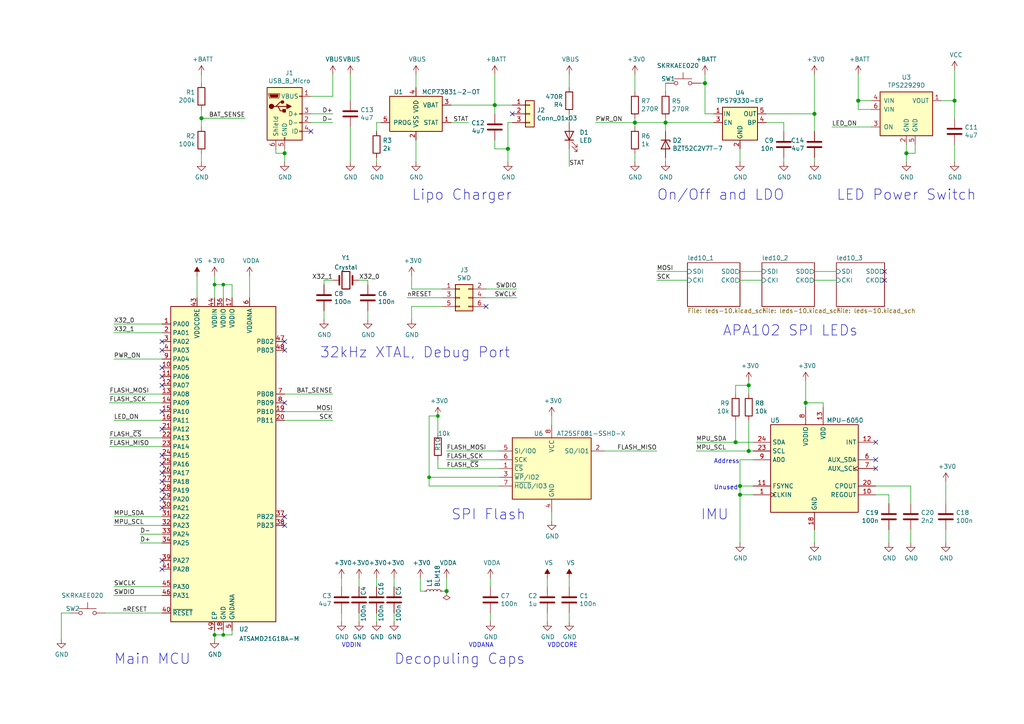
<source format=kicad_sch>
(kicad_sch (version 20211123) (generator eeschema)
  (paper "A4")
  (lib_symbols
    (symbol "Battery_Management:MCP73831-2-OT" (pin_names (offset 1.016))
      (property "Reference" "U" (at -7.62 6.35 0))
      (property "Value" "MCP73831-2-OT" (at 1.27 6.35 0))
      (symbol "MCP73831-2-OT_1_1"
        (pin output line (at 10.16 -2.54 180) (length 2.54) (name "STAT") (number "1"))
        (pin power_in line (at 0 -7.62 90) (length 2.54) (name "VSS") (number "2"))
        (pin power_out line (at 10.16 2.54 180) (length 2.54) (name "VBAT") (number "3"))
        (pin power_in line (at 0 7.62 270) (length 2.54) (name "VDD") (number "4"))
        (pin input line (at -10.16 -2.54 0) (length 2.54) (name "PROG") (number "5"))
      )
    )
    (symbol "Connector:USB_B_Micro" (pin_names (offset 1.016))
      (property "Reference" "J" (at -5.08 11.43 0))
      (property "Value" "USB_B_Micro" (at -5.08 8.89 0))
      (symbol "USB_B_Micro_1_1"
        (pin power_out line (at 7.62 5.08 180) (length 2.54) (name "VBUS") (number "1"))
        (pin bidirectional line (at 7.62 -2.54 180) (length 2.54) (name "D-") (number "2"))
        (pin bidirectional line (at 7.62 0 180) (length 2.54) (name "D+") (number "3"))
        (pin passive line (at 7.62 -5.08 180) (length 2.54) (name "ID") (number "4"))
        (pin power_out line (at 0 -10.16 90) (length 2.54) (name "GND") (number "5"))
        (pin passive line (at -2.54 -10.16 90) (length 2.54) (name "Shield") (number "6"))
      )
    )
    (symbol "Connector_Generic:Conn_01x03" (pin_names (offset 1.016) hide)
      (property "Reference" "J" (at 0 5.08 0))
      (property "Value" "Conn_01x03" (at 0 -5.08 0))
      (symbol "Conn_01x03_1_1"
        (pin passive line (at -5.08 2.54 0) (length 3.81) (name "Pin_1") (number "1"))
        (pin passive line (at -5.08 0 0) (length 3.81) (name "Pin_2") (number "2"))
        (pin passive line (at -5.08 -2.54 0) (length 3.81) (name "Pin_3") (number "3"))
      )
    )
    (symbol "Connector_Generic:Conn_02x03_Odd_Even" (pin_names (offset 1.016) hide)
      (property "Reference" "J" (at 1.27 5.08 0))
      (property "Value" "Conn_02x03_Odd_Even" (at 1.27 -5.08 0))
      (symbol "Conn_02x03_Odd_Even_1_1"
        (pin passive line (at -5.08 2.54 0) (length 3.81) (name "Pin_1") (number "1"))
        (pin passive line (at 7.62 2.54 180) (length 3.81) (name "Pin_2") (number "2"))
        (pin passive line (at -5.08 0 0) (length 3.81) (name "Pin_3") (number "3"))
        (pin passive line (at 7.62 0 180) (length 3.81) (name "Pin_4") (number "4"))
        (pin passive line (at -5.08 -2.54 0) (length 3.81) (name "Pin_5") (number "5"))
        (pin passive line (at 7.62 -2.54 180) (length 3.81) (name "Pin_6") (number "6"))
      )
    )
    (symbol "Device:C" (pin_numbers hide) (pin_names (offset 0.254))
      (property "Reference" "C" (at 0.635 2.54 0))
      (property "Value" "C" (at 0.635 -2.54 0))
      (symbol "C_1_1"
        (pin passive line (at 0 3.81 270) (length 2.794) (name "~") (number "1"))
        (pin passive line (at 0 -3.81 90) (length 2.794) (name "~") (number "2"))
      )
    )
    (symbol "Device:Crystal" (pin_numbers hide) (pin_names (offset 1.016) hide)
      (property "Reference" "Y" (at 0 3.81 0))
      (property "Value" "Crystal" (at 0 -3.81 0))
      (symbol "Crystal_1_1"
        (pin passive line (at -3.81 0 0) (length 1.27) (name "1") (number "1"))
        (pin passive line (at 3.81 0 180) (length 1.27) (name "2") (number "2"))
      )
    )
    (symbol "Device:D_Zener" (pin_numbers hide) (pin_names (offset 1.016) hide)
      (property "Reference" "D" (at 0 2.54 0))
      (property "Value" "D_Zener" (at 0 -2.54 0))
      (symbol "D_Zener_1_1"
        (pin passive line (at -3.81 0 0) (length 2.54) (name "K") (number "1"))
        (pin passive line (at 3.81 0 180) (length 2.54) (name "A") (number "2"))
      )
    )
    (symbol "Device:LED" (pin_numbers hide) (pin_names (offset 1.016) hide)
      (property "Reference" "D" (at 0 2.54 0))
      (property "Value" "LED" (at 0 -2.54 0))
      (symbol "LED_1_1"
        (pin passive line (at -3.81 0 0) (length 2.54) (name "K") (number "1"))
        (pin passive line (at 3.81 0 180) (length 2.54) (name "A") (number "2"))
      )
    )
    (symbol "Device:L_Small" (pin_numbers hide) (pin_names (offset 0.254) hide)
      (property "Reference" "L" (at 0.762 1.016 0))
      (property "Value" "L_Small" (at 0.762 -1.016 0))
      (symbol "L_Small_1_1"
        (pin passive line (at 0 2.54 270) (length 0.508) (name "~") (number "1"))
        (pin passive line (at 0 -2.54 90) (length 0.508) (name "~") (number "2"))
      )
    )
    (symbol "Device:R" (pin_numbers hide) (pin_names (offset 0))
      (property "Reference" "R" (at 2.032 0 90))
      (property "Value" "R" (at 0 0 90))
      (symbol "R_1_1"
        (pin passive line (at 0 3.81 270) (length 1.27) (name "~") (number "1"))
        (pin passive line (at 0 -3.81 90) (length 1.27) (name "~") (number "2"))
      )
    )
    (symbol "MCU_Microchip_SAMD:ATSAMD21G18A-M"
      (property "Reference" "U" (at -13.97 46.99 0))
      (property "Value" "ATSAMD21G18A-M" (at 16.51 46.99 0))
      (symbol "ATSAMD21G18A-M_1_1"
        (pin bidirectional line (at -17.78 40.64 0) (length 2.54) (name "PA00") (number "1"))
        (pin bidirectional line (at -17.78 27.94 0) (length 2.54) (name "PA05") (number "10"))
        (pin bidirectional line (at -17.78 25.4 0) (length 2.54) (name "PA06") (number "11"))
        (pin bidirectional line (at -17.78 22.86 0) (length 2.54) (name "PA07") (number "12"))
        (pin bidirectional line (at -17.78 20.32 0) (length 2.54) (name "PA08") (number "13"))
        (pin bidirectional line (at -17.78 17.78 0) (length 2.54) (name "PA09") (number "14"))
        (pin bidirectional line (at -17.78 15.24 0) (length 2.54) (name "PA10") (number "15"))
        (pin bidirectional line (at -17.78 12.7 0) (length 2.54) (name "PA11") (number "16"))
        (pin power_in line (at 2.54 48.26 270) (length 2.54) (name "VDDIO") (number "17"))
        (pin power_in line (at 0 -48.26 90) (length 2.54) (name "GND") (number "18"))
        (pin bidirectional line (at 17.78 15.24 180) (length 2.54) (name "PB10") (number "19"))
        (pin bidirectional line (at -17.78 38.1 0) (length 2.54) (name "PA01") (number "2"))
        (pin bidirectional line (at 17.78 12.7 180) (length 2.54) (name "PB11") (number "20"))
        (pin bidirectional line (at -17.78 10.16 0) (length 2.54) (name "PA12") (number "21"))
        (pin bidirectional line (at -17.78 7.62 0) (length 2.54) (name "PA13") (number "22"))
        (pin bidirectional line (at -17.78 5.08 0) (length 2.54) (name "PA14") (number "23"))
        (pin bidirectional line (at -17.78 2.54 0) (length 2.54) (name "PA15") (number "24"))
        (pin bidirectional line (at -17.78 0 0) (length 2.54) (name "PA16") (number "25"))
        (pin bidirectional line (at -17.78 -2.54 0) (length 2.54) (name "PA17") (number "26"))
        (pin bidirectional line (at -17.78 -5.08 0) (length 2.54) (name "PA18") (number "27"))
        (pin bidirectional line (at -17.78 -7.62 0) (length 2.54) (name "PA19") (number "28"))
        (pin bidirectional line (at -17.78 -10.16 0) (length 2.54) (name "PA20") (number "29"))
        (pin bidirectional line (at -17.78 35.56 0) (length 2.54) (name "PA02") (number "3"))
        (pin bidirectional line (at -17.78 -12.7 0) (length 2.54) (name "PA21") (number "30"))
        (pin bidirectional line (at -17.78 -15.24 0) (length 2.54) (name "PA22") (number "31"))
        (pin bidirectional line (at -17.78 -17.78 0) (length 2.54) (name "PA23") (number "32"))
        (pin bidirectional line (at -17.78 -20.32 0) (length 2.54) (name "PA24") (number "33"))
        (pin bidirectional line (at -17.78 -22.86 0) (length 2.54) (name "PA25") (number "34"))
        (pin passive line (at 0 -48.26 90) (length 2.54) hide (name "GND") (number "35"))
        (pin power_in line (at 0 48.26 270) (length 2.54) (name "VDDIO") (number "36"))
        (pin bidirectional line (at 17.78 -15.24 180) (length 2.54) (name "PB22") (number "37"))
        (pin bidirectional line (at 17.78 -17.78 180) (length 2.54) (name "PB23") (number "38"))
        (pin bidirectional line (at -17.78 -27.94 0) (length 2.54) (name "PA27") (number "39"))
        (pin bidirectional line (at -17.78 33.02 0) (length 2.54) (name "PA03") (number "4"))
        (pin input line (at -17.78 -43.18 0) (length 2.54) (name "~{RESET}") (number "40"))
        (pin bidirectional line (at -17.78 -30.48 0) (length 2.54) (name "PA28") (number "41"))
        (pin passive line (at 0 -48.26 90) (length 2.54) hide (name "GND") (number "42"))
        (pin power_out line (at -7.62 48.26 270) (length 2.54) (name "VDDCORE") (number "43"))
        (pin power_in line (at -2.54 48.26 270) (length 2.54) (name "VDDIN") (number "44"))
        (pin bidirectional line (at -17.78 -35.56 0) (length 2.54) (name "PA30") (number "45"))
        (pin bidirectional line (at -17.78 -38.1 0) (length 2.54) (name "PA31") (number "46"))
        (pin bidirectional line (at 17.78 35.56 180) (length 2.54) (name "PB02") (number "47"))
        (pin bidirectional line (at 17.78 33.02 180) (length 2.54) (name "PB03") (number "48"))
        (pin passive line (at -2.54 -48.26 90) (length 2.54) (name "EP") (number "49"))
        (pin power_in line (at 2.54 -48.26 90) (length 2.54) (name "GNDANA") (number "5"))
        (pin power_in line (at 7.62 48.26 270) (length 2.54) (name "VDDANA") (number "6"))
        (pin bidirectional line (at 17.78 20.32 180) (length 2.54) (name "PB08") (number "7"))
        (pin bidirectional line (at 17.78 17.78 180) (length 2.54) (name "PB09") (number "8"))
        (pin bidirectional line (at -17.78 30.48 0) (length 2.54) (name "PA04") (number "9"))
      )
    )
    (symbol "Memory_Flash:AT25SF081-SSHD-X"
      (property "Reference" "U" (at 2.54 12.7 0))
      (property "Value" "AT25SF081-SSHD-X" (at 10.16 10.16 0))
      (symbol "AT25SF081-SSHD-X_1_1"
        (pin input line (at -15.24 0 0) (length 3.81) (name "~{CS}") (number "1"))
        (pin bidirectional line (at 15.24 5.08 180) (length 3.81) (name "SO/IO1") (number "2"))
        (pin bidirectional line (at -15.24 -2.54 0) (length 3.81) (name "~{WP}/IO2") (number "3"))
        (pin power_in line (at 0 -12.7 90) (length 3.81) (name "GND") (number "4"))
        (pin bidirectional line (at -15.24 5.08 0) (length 3.81) (name "SI/IO0") (number "5"))
        (pin input line (at -15.24 2.54 0) (length 3.81) (name "SCK") (number "6"))
        (pin bidirectional line (at -15.24 -5.08 0) (length 3.81) (name "~{HOLD}/IO3") (number "7"))
        (pin power_in line (at 0 12.7 270) (length 3.81) (name "VCC") (number "8"))
      )
    )
    (symbol "Power_Management:TPS22929D" (pin_names (offset 1.016))
      (property "Reference" "U" (at -7.62 8.89 0))
      (property "Value" "TPS22929D" (at 7.62 8.89 0))
      (symbol "TPS22929D_1_1"
        (pin power_out line (at 10.16 5.08 180) (length 2.54) (name "VOUT") (number "1"))
        (pin power_in line (at 0 -7.62 90) (length 2.54) (name "GND") (number "2"))
        (pin input line (at -10.16 -2.54 0) (length 2.54) (name "ON") (number "3"))
        (pin power_in line (at -10.16 5.08 0) (length 2.54) (name "VIN") (number "4"))
        (pin power_in line (at 2.54 -7.62 90) (length 2.54) (name "GND") (number "5"))
        (pin power_in line (at -10.16 2.54 0) (length 2.54) (name "VIN") (number "6"))
      )
    )
    (symbol "Regulator_Linear:TPS79330-EP" (pin_names (offset 0.254))
      (property "Reference" "U" (at -3.81 5.715 0))
      (property "Value" "TPS79330-EP" (at 0 5.715 0))
      (symbol "TPS79330-EP_1_1"
        (pin power_in line (at -7.62 2.54 0) (length 2.54) (name "IN") (number "1"))
        (pin power_in line (at 0 -7.62 90) (length 2.54) (name "GND") (number "2"))
        (pin input line (at -7.62 0 0) (length 2.54) (name "EN") (number "3"))
        (pin bidirectional line (at 7.62 0 180) (length 2.54) (name "BP") (number "4"))
        (pin power_out line (at 7.62 2.54 180) (length 2.54) (name "OUT") (number "5"))
      )
    )
    (symbol "Sensor_Motion:MPU-6050"
      (property "Reference" "U" (at -11.43 13.97 0))
      (property "Value" "MPU-6050" (at 7.62 -13.97 0))
      (symbol "MPU-6050_1_1"
        (pin input clock (at -17.78 -7.62 0) (length 5.08) (name "CLKIN") (number "1"))
        (pin passive line (at 17.78 -7.62 180) (length 5.08) (name "REGOUT") (number "10"))
        (pin input line (at -17.78 -5.08 0) (length 5.08) (name "FSYNC") (number "11"))
        (pin output line (at 17.78 7.62 180) (length 5.08) (name "INT") (number "12"))
        (pin power_in line (at 2.54 17.78 270) (length 5.08) (name "VDD") (number "13"))
        (pin power_in line (at 0 -17.78 90) (length 5.08) (name "GND") (number "18"))
        (pin passive line (at 17.78 -5.08 180) (length 5.08) (name "CPOUT") (number "20"))
        (pin input line (at -17.78 5.08 0) (length 5.08) (name "SCL") (number "23"))
        (pin bidirectional line (at -17.78 7.62 0) (length 5.08) (name "SDA") (number "24"))
        (pin bidirectional line (at 17.78 2.54 180) (length 5.08) (name "AUX_SDA") (number "6"))
        (pin output clock (at 17.78 0 180) (length 5.08) (name "AUX_SCL") (number "7"))
        (pin power_in line (at -2.54 17.78 270) (length 5.08) (name "VDDIO") (number "8"))
        (pin input line (at -17.78 2.54 0) (length 5.08) (name "AD0") (number "9"))
      )
    )
    (symbol "Switch:SW_Push" (pin_numbers hide) (pin_names (offset 1.016) hide)
      (property "Reference" "SW" (at 1.27 2.54 0))
      (property "Value" "SW_Push" (at 0 -1.524 0))
      (symbol "SW_Push_0_1"
        (pin passive line (at -5.08 0 0) (length 2.54) (name "1") (number "1"))
        (pin passive line (at 5.08 0 180) (length 2.54) (name "2") (number "2"))
      )
    )
    (symbol "power:+3V0" (power) (pin_names (offset 0))
      (property "Value" "+3V0" (at 0 3.556 0))
      (symbol "+3V0_1_1"
        (pin power_in line (at 0 0 90) (length 0) hide (name "+3V0") (number "1"))
      )
    )
    (symbol "power:+BATT" (power) (pin_names (offset 0))
      (property "Value" "+BATT" (at 0 3.556 0))
      (symbol "+BATT_1_1"
        (pin power_in line (at 0 0 90) (length 0) hide (name "+BATT") (number "1"))
      )
    )
    (symbol "power:GND" (power) (pin_names (offset 0))
      (property "Value" "GND" (at 0 -3.81 0))
      (symbol "GND_1_1"
        (pin power_in line (at 0 0 270) (length 0) hide (name "GND") (number "1"))
      )
    )
    (symbol "power:PWR_FLAG" (power) (pin_numbers hide) (pin_names (offset 0) hide)
      (property "Value" "PWR_FLAG" (at 0 3.81 0))
      (symbol "PWR_FLAG_0_0"
        (pin power_out line (at 0 0 90) (length 0) (name "pwr") (number "1"))
      )
    )
    (symbol "power:VBUS" (power) (pin_names (offset 0))
      (property "Value" "VBUS" (at 0 3.81 0))
      (symbol "VBUS_1_1"
        (pin power_in line (at 0 0 90) (length 0) hide (name "VBUS") (number "1"))
      )
    )
    (symbol "power:VCC" (power) (pin_names (offset 0))
      (property "Value" "VCC" (at 0 3.81 0))
      (symbol "VCC_1_1"
        (pin power_in line (at 0 0 90) (length 0) hide (name "VCC") (number "1"))
      )
    )
    (symbol "power:VDDA" (power) (pin_names (offset 0))
      (property "Value" "VDDA" (at 0 3.81 0))
      (symbol "VDDA_1_1"
        (pin power_in line (at 0 0 90) (length 0) hide (name "VDDA") (number "1"))
      )
    )
    (symbol "power:VS" (power) (pin_names (offset 0))
      (property "Value" "VS" (at 0 3.81 0))
      (symbol "VS_1_1"
        (pin power_in line (at 0 0 90) (length 0) hide (name "VS") (number "1"))
      )
    )
  )
  (junction (at 217.17 130.81) (diameter 1.016))
  (junction (at 129.54 171.45) (diameter 1.016))
  (junction (at 58.42 34.29) (diameter 1.016))
  (junction (at 64.77 184.15))
  (junction (at 143.51 30.48) (diameter 1.016))
  (junction (at 82.55 44.45) (diameter 1.016))
  (junction (at 276.86 29.21) (diameter 1.016))
  (junction (at 214.63 143.51) (diameter 1.016))
  (junction (at 124.46 138.43))
  (junction (at 184.15 35.56) (diameter 1.016))
  (junction (at 236.22 33.02) (diameter 1.016))
  (junction (at 127 120.65))
  (junction (at 233.68 116.84) (diameter 1.016))
  (junction (at 147.32 43.18) (diameter 1.016))
  (junction (at 64.77 82.55))
  (junction (at 217.17 111.76) (diameter 1.016))
  (junction (at 213.36 128.27) (diameter 1.016))
  (junction (at 262.89 44.45) (diameter 1.016))
  (junction (at 62.23 184.15))
  (junction (at 248.92 29.21) (diameter 1.016))
  (junction (at 62.23 82.55))
  (junction (at 214.63 140.97) (diameter 1.016))
  (junction (at 193.04 35.56) (diameter 1.016))
  (junction (at 204.47 24.13) (diameter 1.016))
  (no_connect (at 140.97 88.9))
  (no_connect (at 254 135.89))
  (no_connect (at 46.99 109.22))
  (no_connect (at 254 128.27))
  (no_connect (at 148.59 33.02))
  (no_connect (at 256.54 81.28))
  (no_connect (at 256.54 78.74))
  (no_connect (at 46.99 144.78))
  (no_connect (at 46.99 111.76))
  (no_connect (at 46.99 147.32))
  (no_connect (at 254 133.35))
  (no_connect (at 46.99 101.6))
  (no_connect (at 46.99 106.68))
  (no_connect (at 82.55 116.84))
  (no_connect (at 82.55 99.06))
  (no_connect (at 82.55 101.6))
  (no_connect (at 46.99 99.06))
  (no_connect (at 46.99 139.7))
  (no_connect (at 46.99 142.24))
  (no_connect (at 82.55 149.86))
  (no_connect (at 82.55 152.4))
  (no_connect (at 46.99 137.16))
  (no_connect (at 90.17 38.1))
  (no_connect (at 46.99 119.38))
  (no_connect (at 46.99 162.56))
  (no_connect (at 46.99 165.1))
  (no_connect (at 46.99 124.46))
  (no_connect (at 46.99 132.08))
  (no_connect (at 46.99 134.62))
  (wire (pts (xy 199.39 81.28) (xy 190.5 81.28)))
  (wire (pts (xy 274.32 157.48) (xy 274.32 153.67)))
  (wire (pts (xy 233.68 118.11) (xy 233.68 116.84)))
  (wire (pts (xy 158.75 180.34) (xy 158.75 177.8)))
  (wire (pts (xy 248.92 21.59) (xy 248.92 29.21)))
  (wire (pts (xy 252.73 31.75) (xy 248.92 31.75)))
  (wire (pts (xy 140.97 86.36) (xy 149.86 86.36)))
  (wire (pts (xy 128.27 88.9) (xy 119.38 88.9)))
  (wire (pts (xy 104.14 170.18) (xy 104.14 167.64)))
  (wire (pts (xy 46.99 172.72) (xy 33.02 172.72)))
  (wire (pts (xy 96.52 81.28) (xy 93.98 81.28)))
  (wire (pts (xy 222.25 33.02) (xy 236.22 33.02)))
  (wire (pts (xy 101.6 29.21) (xy 101.6 21.59)))
  (wire (pts (xy 120.65 46.99) (xy 120.65 40.64)))
  (wire (pts (xy 248.92 31.75) (xy 248.92 29.21)))
  (wire (pts (xy 257.81 143.51) (xy 257.81 146.05)))
  (wire (pts (xy 143.51 33.02) (xy 143.51 30.48)))
  (wire (pts (xy 227.33 46.99) (xy 227.33 45.72)))
  (wire (pts (xy 120.65 25.4) (xy 120.65 21.59)))
  (wire (pts (xy 30.48 177.8) (xy 46.99 177.8)))
  (wire (pts (xy 96.52 27.94) (xy 96.52 21.59)))
  (wire (pts (xy 114.3 180.34) (xy 114.3 177.8)))
  (wire (pts (xy 58.42 34.29) (xy 71.12 34.29)))
  (wire (pts (xy 127 120.65) (xy 127 125.73)))
  (wire (pts (xy 257.81 157.48) (xy 257.81 153.67)))
  (wire (pts (xy 110.49 35.56) (xy 109.22 35.56)))
  (wire (pts (xy 276.86 46.99) (xy 276.86 41.91)))
  (wire (pts (xy 218.44 140.97) (xy 214.63 140.97)))
  (wire (pts (xy 31.75 114.3) (xy 46.99 114.3)))
  (wire (pts (xy 128.27 86.36) (xy 118.11 86.36)))
  (wire (pts (xy 207.01 33.02) (xy 204.47 33.02)))
  (wire (pts (xy 165.1 48.26) (xy 165.1 43.18)))
  (wire (pts (xy 264.16 157.48) (xy 264.16 153.67)))
  (wire (pts (xy 46.99 104.14) (xy 33.02 104.14)))
  (wire (pts (xy 214.63 46.99) (xy 214.63 43.18)))
  (wire (pts (xy 46.99 170.18) (xy 33.02 170.18)))
  (wire (pts (xy 90.17 33.02) (xy 96.52 33.02)))
  (wire (pts (xy 236.22 78.74) (xy 242.57 78.74)))
  (wire (pts (xy 227.33 35.56) (xy 227.33 38.1)))
  (wire (pts (xy 236.22 153.67) (xy 236.22 157.48)))
  (wire (pts (xy 144.78 140.97) (xy 124.46 140.97)))
  (wire (pts (xy 106.68 90.17) (xy 106.68 92.71)))
  (wire (pts (xy 142.24 170.18) (xy 142.24 167.64)))
  (wire (pts (xy 114.3 170.18) (xy 114.3 167.64)))
  (wire (pts (xy 248.92 29.21) (xy 252.73 29.21)))
  (wire (pts (xy 213.36 111.76) (xy 217.17 111.76)))
  (wire (pts (xy 58.42 34.29) (xy 58.42 36.83)))
  (wire (pts (xy 175.26 130.81) (xy 190.5 130.81)))
  (wire (pts (xy 214.63 140.97) (xy 214.63 143.51)))
  (wire (pts (xy 58.42 24.13) (xy 58.42 21.59)))
  (wire (pts (xy 127 135.89) (xy 144.78 135.89)))
  (wire (pts (xy 46.99 154.94) (xy 40.64 154.94)))
  (wire (pts (xy 62.23 182.88) (xy 62.23 184.15)))
  (wire (pts (xy 121.92 171.45) (xy 121.92 167.64)))
  (wire (pts (xy 82.55 119.38) (xy 96.52 119.38)))
  (wire (pts (xy 217.17 114.3) (xy 217.17 111.76)))
  (wire (pts (xy 193.04 46.99) (xy 193.04 45.72)))
  (wire (pts (xy 184.15 35.56) (xy 184.15 36.83)))
  (wire (pts (xy 128.27 83.82) (xy 119.38 83.82)))
  (wire (pts (xy 165.1 35.56) (xy 165.1 33.02)))
  (wire (pts (xy 218.44 128.27) (xy 213.36 128.27)))
  (wire (pts (xy 90.17 35.56) (xy 96.52 35.56)))
  (wire (pts (xy 57.15 80.01) (xy 57.15 86.36)))
  (wire (pts (xy 129.54 130.81) (xy 144.78 130.81)))
  (wire (pts (xy 106.68 81.28) (xy 106.68 82.55)))
  (wire (pts (xy 147.32 35.56) (xy 147.32 43.18)))
  (wire (pts (xy 143.51 43.18) (xy 143.51 40.64)))
  (wire (pts (xy 129.54 167.64) (xy 129.54 171.45)))
  (wire (pts (xy 193.04 38.1) (xy 193.04 35.56)))
  (wire (pts (xy 46.99 149.86) (xy 33.02 149.86)))
  (wire (pts (xy 193.04 35.56) (xy 193.04 34.29)))
  (wire (pts (xy 148.59 35.56) (xy 147.32 35.56)))
  (wire (pts (xy 33.02 93.98) (xy 46.99 93.98)))
  (wire (pts (xy 67.31 184.15) (xy 64.77 184.15)))
  (wire (pts (xy 140.97 83.82) (xy 149.86 83.82)))
  (wire (pts (xy 129.54 171.45) (xy 128.27 171.45)))
  (wire (pts (xy 101.6 36.83) (xy 101.6 46.99)))
  (wire (pts (xy 264.16 140.97) (xy 264.16 146.05)))
  (wire (pts (xy 104.14 180.34) (xy 104.14 177.8)))
  (wire (pts (xy 222.25 35.56) (xy 227.33 35.56)))
  (wire (pts (xy 236.22 38.1) (xy 236.22 33.02)))
  (wire (pts (xy 218.44 130.81) (xy 217.17 130.81)))
  (wire (pts (xy 236.22 81.28) (xy 242.57 81.28)))
  (wire (pts (xy 217.17 130.81) (xy 201.93 130.81)))
  (wire (pts (xy 123.19 171.45) (xy 121.92 171.45)))
  (wire (pts (xy 33.02 96.52) (xy 46.99 96.52)))
  (wire (pts (xy 67.31 182.88) (xy 67.31 184.15)))
  (wire (pts (xy 129.54 133.35) (xy 144.78 133.35)))
  (wire (pts (xy 160.02 120.65) (xy 160.02 123.19)))
  (wire (pts (xy 64.77 182.88) (xy 64.77 184.15)))
  (wire (pts (xy 238.76 118.11) (xy 238.76 116.84)))
  (wire (pts (xy 262.89 44.45) (xy 265.43 44.45)))
  (wire (pts (xy 217.17 121.92) (xy 217.17 130.81)))
  (wire (pts (xy 127 135.89) (xy 127 133.35)))
  (wire (pts (xy 236.22 46.99) (xy 236.22 45.72)))
  (wire (pts (xy 184.15 21.59) (xy 184.15 26.67)))
  (wire (pts (xy 252.73 36.83) (xy 241.3 36.83)))
  (wire (pts (xy 165.1 180.34) (xy 165.1 177.8)))
  (wire (pts (xy 184.15 44.45) (xy 184.15 46.99)))
  (wire (pts (xy 82.55 114.3) (xy 96.52 114.3)))
  (wire (pts (xy 62.23 184.15) (xy 62.23 185.42)))
  (wire (pts (xy 31.75 129.54) (xy 46.99 129.54)))
  (wire (pts (xy 214.63 78.74) (xy 220.98 78.74)))
  (wire (pts (xy 172.72 35.56) (xy 184.15 35.56)))
  (wire (pts (xy 119.38 83.82) (xy 119.38 80.01)))
  (wire (pts (xy 142.24 180.34) (xy 142.24 177.8)))
  (wire (pts (xy 143.51 21.59) (xy 143.51 30.48)))
  (wire (pts (xy 72.39 80.01) (xy 72.39 86.36)))
  (wire (pts (xy 218.44 133.35) (xy 214.63 133.35)))
  (wire (pts (xy 254 143.51) (xy 257.81 143.51)))
  (wire (pts (xy 273.05 29.21) (xy 276.86 29.21)))
  (wire (pts (xy 143.51 30.48) (xy 130.81 30.48)))
  (wire (pts (xy 124.46 120.65) (xy 127 120.65)))
  (wire (pts (xy 143.51 30.48) (xy 148.59 30.48)))
  (wire (pts (xy 262.89 44.45) (xy 262.89 46.99)))
  (wire (pts (xy 109.22 180.34) (xy 109.22 177.8)))
  (wire (pts (xy 199.39 78.74) (xy 190.5 78.74)))
  (wire (pts (xy 82.55 43.18) (xy 82.55 44.45)))
  (wire (pts (xy 109.22 46.99) (xy 109.22 45.72)))
  (wire (pts (xy 80.01 43.18) (xy 80.01 44.45)))
  (wire (pts (xy 58.42 46.99) (xy 58.42 44.45)))
  (wire (pts (xy 144.78 138.43) (xy 124.46 138.43)))
  (wire (pts (xy 99.06 180.34) (xy 99.06 177.8)))
  (wire (pts (xy 165.1 21.59) (xy 165.1 25.4)))
  (wire (pts (xy 31.75 116.84) (xy 46.99 116.84)))
  (wire (pts (xy 135.89 35.56) (xy 130.81 35.56)))
  (wire (pts (xy 276.86 29.21) (xy 276.86 20.32)))
  (wire (pts (xy 64.77 82.55) (xy 67.31 82.55)))
  (wire (pts (xy 193.04 35.56) (xy 207.01 35.56)))
  (wire (pts (xy 214.63 81.28) (xy 220.98 81.28)))
  (wire (pts (xy 119.38 88.9) (xy 119.38 92.71)))
  (wire (pts (xy 165.1 170.18) (xy 165.1 167.64)))
  (wire (pts (xy 254 140.97) (xy 264.16 140.97)))
  (wire (pts (xy 262.89 41.91) (xy 262.89 44.45)))
  (wire (pts (xy 214.63 133.35) (xy 214.63 140.97)))
  (wire (pts (xy 160.02 148.59) (xy 160.02 151.13)))
  (wire (pts (xy 46.99 157.48) (xy 40.64 157.48)))
  (wire (pts (xy 214.63 143.51) (xy 214.63 157.48)))
  (wire (pts (xy 124.46 140.97) (xy 124.46 138.43)))
  (wire (pts (xy 90.17 27.94) (xy 96.52 27.94)))
  (wire (pts (xy 204.47 24.13) (xy 204.47 21.59)))
  (wire (pts (xy 109.22 35.56) (xy 109.22 38.1)))
  (wire (pts (xy 236.22 33.02) (xy 236.22 21.59)))
  (wire (pts (xy 213.36 121.92) (xy 213.36 128.27)))
  (wire (pts (xy 64.77 184.15) (xy 62.23 184.15)))
  (wire (pts (xy 213.36 128.27) (xy 201.93 128.27)))
  (wire (pts (xy 218.44 143.51) (xy 214.63 143.51)))
  (wire (pts (xy 31.75 127) (xy 46.99 127)))
  (wire (pts (xy 99.06 167.64) (xy 99.06 170.18)))
  (wire (pts (xy 276.86 29.21) (xy 276.86 34.29)))
  (wire (pts (xy 82.55 44.45) (xy 82.55 46.99)))
  (wire (pts (xy 46.99 121.92) (xy 33.02 121.92)))
  (wire (pts (xy 46.99 152.4) (xy 33.02 152.4)))
  (wire (pts (xy 213.36 114.3) (xy 213.36 111.76)))
  (wire (pts (xy 58.42 31.75) (xy 58.42 34.29)))
  (wire (pts (xy 62.23 82.55) (xy 62.23 86.36)))
  (wire (pts (xy 93.98 81.28) (xy 93.98 82.55)))
  (wire (pts (xy 82.55 121.92) (xy 96.52 121.92)))
  (wire (pts (xy 64.77 82.55) (xy 64.77 86.36)))
  (wire (pts (xy 217.17 110.49) (xy 217.17 111.76)))
  (wire (pts (xy 203.2 24.13) (xy 204.47 24.13)))
  (wire (pts (xy 274.32 146.05) (xy 274.32 139.7)))
  (wire (pts (xy 80.01 44.45) (xy 82.55 44.45)))
  (wire (pts (xy 204.47 33.02) (xy 204.47 24.13)))
  (wire (pts (xy 17.78 177.8) (xy 17.78 185.42)))
  (wire (pts (xy 265.43 44.45) (xy 265.43 41.91)))
  (wire (pts (xy 62.23 82.55) (xy 64.77 82.55)))
  (wire (pts (xy 62.23 80.01) (xy 62.23 82.55)))
  (wire (pts (xy 193.04 35.56) (xy 184.15 35.56)))
  (wire (pts (xy 124.46 120.65) (xy 124.46 138.43)))
  (wire (pts (xy 238.76 116.84) (xy 233.68 116.84)))
  (wire (pts (xy 147.32 43.18) (xy 143.51 43.18)))
  (wire (pts (xy 184.15 35.56) (xy 184.15 34.29)))
  (wire (pts (xy 158.75 170.18) (xy 158.75 167.64)))
  (wire (pts (xy 109.22 170.18) (xy 109.22 167.64)))
  (wire (pts (xy 67.31 82.55) (xy 67.31 86.36)))
  (wire (pts (xy 20.32 177.8) (xy 17.78 177.8)))
  (wire (pts (xy 233.68 116.84) (xy 233.68 110.49)))
  (wire (pts (xy 147.32 43.18) (xy 147.32 46.99)))
  (wire (pts (xy 93.98 90.17) (xy 93.98 92.71)))
  (wire (pts (xy 193.04 26.67) (xy 193.04 24.13)))
  (wire (pts (xy 104.14 81.28) (xy 106.68 81.28)))
  (text "32kHz XTAL, Debug Port" (at 92.71 104.14 0) (effects (font (size 3 3)) (justify left bottom)))
  (text "Unused" (at 207.01 142.24 0) (effects (font (size 1.27 1.27)) (justify left bottom)))
  (text "On/Off and LDO" (at 190.5 58.42 0) (effects (font (size 3 3)) (justify left bottom)))
  (text "VDDCORE" (at 158.75 187.96 0) (effects (font (size 1.27 1.27)) (justify left bottom)))
  (text "SPI Flash" (at 130.81 151.13 0) (effects (font (size 3 3)) (justify left bottom)))
  (text "Lipo Charger" (at 119.38 58.42 0) (effects (font (size 3 3)) (justify left bottom)))
  (text "Decopuling Caps\n" (at 114.3 193.04 0) (effects (font (size 3 3)) (justify left bottom)))
  (text "VDDIN" (at 99.06 187.96 0) (effects (font (size 1.27 1.27)) (justify left bottom)))
  (text "LED Power Switch" (at 242.57 58.42 0) (effects (font (size 3 3)) (justify left bottom)))
  (text "Address" (at 207.01 134.62 0) (effects (font (size 1.27 1.27)) (justify left bottom)))
  (text "Main MCU" (at 33.02 193.04 0) (effects (font (size 3 3)) (justify left bottom)))
  (text "APA102 SPI LEDs" (at 209.55 97.79 0) (effects (font (size 3 3)) (justify left bottom)))
  (text "VDDANA" (at 135.89 187.96 0) (effects (font (size 1.27 1.27)) (justify left bottom)))
  (text "IMU" (at 203.2 151.13 0) (effects (font (size 3 3)) (justify left bottom)))
  (label "BAT_SENSE" (at 71.12 34.29 180))
  (label "D+" (at 40.64 157.48 0))
  (label "SWDIO" (at 33.02 172.72 0))
  (label "MPU_SDA" (at 201.93 128.27 0))
  (label "X32_0" (at 104.14 81.28 0))
  (label "FLASH_MOSI" (at 31.75 114.3 0))
  (label "D-" (at 40.64 154.94 0))
  (label "FLASH_MISO" (at 31.75 129.54 0))
  (label "MPU_SDA" (at 33.02 149.86 0))
  (label "BAT_SENSE" (at 96.52 114.3 180))
  (label "X32_1" (at 96.52 81.28 180))
  (label "MOSI" (at 190.5 78.74 0))
  (label "D+" (at 96.52 33.02 180))
  (label "FLASH_SCK" (at 129.54 133.35 0))
  (label "FLASH_MOSI" (at 129.54 130.81 0))
  (label "MOSI" (at 96.52 119.38 180))
  (label "LED_ON" (at 241.3 36.83 0))
  (label "LED_ON" (at 33.02 121.92 0))
  (label "FLASH_~{CS}" (at 129.54 135.89 0))
  (label "FLASH_~{CS}" (at 31.75 127 0))
  (label "STAT" (at 165.1 48.26 0))
  (label "SCK" (at 96.52 121.92 180))
  (label "D-" (at 96.52 35.56 180))
  (label "FLASH_SCK" (at 31.75 116.84 0))
  (label "MPU_SCL" (at 33.02 152.4 0))
  (label "X32_1" (at 33.02 96.52 0))
  (label "STAT" (at 135.89 35.56 180))
  (label "FLASH_MISO" (at 190.5 130.81 180))
  (label "SWDIO" (at 149.86 83.82 180))
  (label "nRESET" (at 35.56 177.8 0))
  (label "SWCLK" (at 149.86 86.36 180))
  (label "X32_0" (at 33.02 93.98 0))
  (label "PWR_ON" (at 172.72 35.56 0))
  (label "SWCLK" (at 33.02 170.18 0))
  (label "nRESET" (at 118.11 86.36 0))
  (label "MPU_SCL" (at 201.93 130.81 0))
  (label "PWR_ON" (at 33.02 104.14 0))
  (label "SCK" (at 190.5 81.28 0))
  (symbol (lib_id "Battery_Management:MCP73831-2-OT") (at 120.65 33.02 0) (unit 1)
    (property "Reference" "U1" (at 115.57 26.67 0))
    (property "Value" "MCP73831-2-OT" (at 130.81 26.67 0))
    (property "Footprint" "Package_TO_SOT_SMD:SOT-23-5" (effects hide))
    (property "Datasheet" "http://ww1.microchip.com/downloads/en/DeviceDoc/20001984g.pdf" (effects hide))
  )
  (symbol (lib_id "Device:L_Small") (at 125.73 171.45 90) (unit 1)
    (property "Reference" "L1" (at 124.5616 170.2562 0) (effects (justify left)))
    (property "Value" "BLM18" (at 126.873 170.2562 0) (effects (justify left)))
    (property "Footprint" "Resistor_SMD:R_0603_1608Metric" (effects hide))
  )
  (symbol (lib_id "power:+3V0") (at 62.23 80.01 0) (unit 1)
    (property "Reference" "#PWR09" (effects hide))
    (property "Value" "+3V0" (at 62.611 75.6158 0))
  )
  (symbol (lib_id "Device:C") (at 104.14 173.99 0) (unit 1)
    (property "Reference" "C4" (at 105.41 172.72 90) (effects (justify left)))
    (property "Value" "100n" (at 105.41 180.34 90) (effects (justify left)))
    (property "Footprint" "Capacitor_SMD:C_0603_1608Metric" (effects hide))
  )
  (symbol (lib_id "power:+BATT") (at 143.51 21.59 0) (unit 1)
    (property "Reference" "#PWR024" (effects hide))
    (property "Value" "+BATT" (at 143.891 17.1958 0))
  )
  (symbol (lib_id "power:GND") (at 147.32 46.99 0) (unit 1)
    (property "Reference" "#PWR027" (effects hide))
    (property "Value" "GND" (at 147.447 51.3842 0))
  )
  (symbol (lib_id "Connector:USB_B_Micro") (at 82.55 33.02 0) (unit 1)
    (property "Reference" "J1" (at 83.947 21.1582 0))
    (property "Value" "USB_B_Micro" (at 83.947 23.4696 0))
    (property "Footprint" "Connector_USB:USB_Micro-B_Amphenol_10103594-0001LF_Horizontal" (effects hide))
  )
  (symbol (lib_id "power:VBUS") (at 96.52 21.59 0) (unit 1)
    (property "Reference" "#PWR010" (effects hide))
    (property "Value" "VBUS" (at 96.901 17.1958 0))
  )
  (symbol (lib_id "power:VBUS") (at 120.65 21.59 0) (unit 1)
    (property "Reference" "#PWR018" (effects hide))
    (property "Value" "VBUS" (at 121.031 17.1958 0))
  )
  (symbol (lib_id "power:GND") (at 120.65 46.99 0) (unit 1)
    (property "Reference" "#PWR019" (effects hide))
    (property "Value" "GND" (at 120.777 51.3842 0))
  )
  (symbol (lib_id "Device:R") (at 109.22 41.91 0) (unit 1)
    (property "Reference" "R3" (at 110.998 40.7416 0) (effects (justify left)))
    (property "Value" "2k" (at 110.998 43.053 0) (effects (justify left)))
    (property "Footprint" "Resistor_SMD:R_0603_1608Metric" (effects hide))
  )
  (symbol (lib_id "power:GND") (at 109.22 46.99 0) (unit 1)
    (property "Reference" "#PWR013" (effects hide))
    (property "Value" "GND" (at 109.347 51.3842 0))
  )
  (symbol (lib_id "power:GND") (at 82.55 46.99 0) (unit 1)
    (property "Reference" "#PWR08" (effects hide))
    (property "Value" "GND" (at 82.677 51.3842 0))
  )
  (symbol (lib_id "Device:LED") (at 165.1 39.37 90) (unit 1)
    (property "Reference" "D1" (at 168.0718 38.4048 90) (effects (justify right)))
    (property "Value" "LED" (at 168.0718 40.7162 90) (effects (justify right)))
    (property "Footprint" "LED_SMD:LED_0603_1608Metric" (effects hide))
  )
  (symbol (lib_id "Device:C") (at 101.6 33.02 0) (unit 1)
    (property "Reference" "C13" (at 104.521 31.8516 0) (effects (justify left)))
    (property "Value" "4u7" (at 104.521 34.163 0) (effects (justify left)))
    (property "Footprint" "Capacitor_SMD:C_0805_2012Metric" (effects hide))
  )
  (symbol (lib_id "power:VBUS") (at 101.6 21.59 0) (unit 1)
    (property "Reference" "#PWR011" (effects hide))
    (property "Value" "VBUS" (at 101.981 17.1958 0))
  )
  (symbol (lib_id "power:GND") (at 101.6 46.99 0) (unit 1)
    (property "Reference" "#PWR012" (effects hide))
    (property "Value" "GND" (at 101.727 51.3842 0))
  )
  (symbol (lib_id "Device:C") (at 143.51 36.83 0) (mirror x) (unit 1)
    (property "Reference" "C12" (at 140.589 35.6616 0) (effects (justify right)))
    (property "Value" "4u7" (at 140.589 37.973 0) (effects (justify right)))
    (property "Footprint" "Capacitor_SMD:C_0805_2012Metric" (effects hide))
  )
  (symbol (lib_id "Regulator_Linear:TPS79330-EP") (at 214.63 35.56 0) (unit 1)
    (property "Reference" "U4" (at 214.63 26.8732 0))
    (property "Value" "TPS79330-EP" (at 214.63 29.1846 0))
    (property "Footprint" "Package_TO_SOT_SMD:SOT-23-5" (effects hide))
    (property "Datasheet" "http://www.ti.com/lit/ds/symlink/tps79333-ep.pdf" (effects hide))
  )
  (symbol (lib_id "Switch:SW_Push") (at 198.12 24.13 0) (mirror y) (unit 1)
    (property "Reference" "SW1" (at 191.77 22.86 0) (effects (justify right)))
    (property "Value" "SKRKAEE020" (at 190.5 19.05 0) (effects (justify right)))
    (property "Footprint" "Button_Switch_SMD:SW_Push_SPST_NO_Alps_SKRK" (effects hide))
  )
  (symbol (lib_id "Device:R") (at 184.15 40.64 0) (unit 1)
    (property "Reference" "R6" (at 185.928 39.4716 0) (effects (justify left)))
    (property "Value" "1k" (at 185.928 41.783 0) (effects (justify left)))
    (property "Footprint" "Resistor_SMD:R_0603_1608Metric" (effects hide))
  )
  (symbol (lib_id "power:GND") (at 184.15 46.99 0) (unit 1)
    (property "Reference" "#PWR034" (effects hide))
    (property "Value" "GND" (at 184.277 51.3842 0))
  )
  (symbol (lib_id "power:GND") (at 214.63 46.99 0) (unit 1)
    (property "Reference" "#PWR037" (effects hide))
    (property "Value" "GND" (at 214.757 51.3842 0))
  )
  (symbol (lib_id "power:GND") (at 227.33 46.99 0) (unit 1)
    (property "Reference" "#PWR040" (effects hide))
    (property "Value" "GND" (at 227.457 51.3842 0))
  )
  (symbol (lib_id "Device:C") (at 227.33 41.91 0) (mirror x) (unit 1)
    (property "Reference" "C9" (at 224.409 40.7416 0) (effects (justify right)))
    (property "Value" "10n" (at 224.409 43.053 0) (effects (justify right)))
    (property "Footprint" "Capacitor_SMD:C_0603_1608Metric" (effects hide))
  )
  (symbol (lib_id "power:+BATT") (at 204.47 21.59 0) (unit 1)
    (property "Reference" "#PWR036" (effects hide))
    (property "Value" "+BATT" (at 204.851 17.1958 0))
  )
  (symbol (lib_id "Device:C") (at 236.22 41.91 0) (mirror x) (unit 1)
    (property "Reference" "C14" (at 233.299 40.7416 0) (effects (justify right)))
    (property "Value" "4u7" (at 233.299 43.053 0) (effects (justify right)))
    (property "Footprint" "Capacitor_SMD:C_0805_2012Metric" (effects hide))
  )
  (symbol (lib_id "power:GND") (at 236.22 46.99 0) (unit 1)
    (property "Reference" "#PWR043" (effects hide))
    (property "Value" "GND" (at 236.347 51.3842 0))
  )
  (symbol (lib_id "power:+3V0") (at 236.22 21.59 0) (unit 1)
    (property "Reference" "#PWR042" (effects hide))
    (property "Value" "+3V0" (at 236.601 17.1958 0))
  )
  (symbol (lib_id "Device:R") (at 165.1 29.21 180) (unit 1)
    (property "Reference" "R4" (at 163.322 30.3784 0) (effects (justify left)))
    (property "Value" "470R" (at 163.322 28.067 0) (effects (justify left)))
    (property "Footprint" "Resistor_SMD:R_0603_1608Metric" (effects hide))
  )
  (symbol (lib_id "power:+BATT") (at 248.92 21.59 0) (unit 1)
    (property "Reference" "#PWR045" (effects hide))
    (property "Value" "+BATT" (at 249.301 17.1958 0))
  )
  (symbol (lib_id "power:VCC") (at 276.86 20.32 0) (unit 1)
    (property "Reference" "#PWR051" (effects hide))
    (property "Value" "VCC" (at 277.2918 15.9258 0))
  )
  (symbol (lib_id "Device:C") (at 276.86 38.1 180) (unit 1)
    (property "Reference" "C11" (at 279.781 36.9316 0) (effects (justify right)))
    (property "Value" "4u7" (at 279.781 39.243 0) (effects (justify right)))
    (property "Footprint" "Capacitor_SMD:C_0805_2012Metric" (effects hide))
  )
  (symbol (lib_id "power:GND") (at 276.86 46.99 0) (unit 1)
    (property "Reference" "#PWR052" (effects hide))
    (property "Value" "GND" (at 276.987 51.3842 0))
  )
  (symbol (lib_id "Power_Management:TPS22929D") (at 262.89 34.29 0) (unit 1)
    (property "Reference" "U3" (at 262.89 22.4282 0))
    (property "Value" "TPS22929D" (at 262.89 24.7396 0))
    (property "Footprint" "Package_TO_SOT_SMD:SOT-23-6" (effects hide))
    (property "Datasheet" "http://www.ti.com/lit/ds/symlink/tps22929d.pdf" (effects hide))
  )
  (symbol (lib_id "power:GND") (at 262.89 46.99 0) (unit 1)
    (property "Reference" "#PWR047" (effects hide))
    (property "Value" "GND" (at 263.017 51.3842 0))
  )
  (symbol (lib_id "power:+3V0") (at 104.14 167.64 0) (unit 1)
    (property "Reference" "#PWR016" (effects hide))
    (property "Value" "+3V0" (at 104.521 163.2458 0))
  )
  (symbol (lib_id "Device:C") (at 99.06 173.99 0) (mirror x) (unit 1)
    (property "Reference" "C3" (at 96.139 172.8216 0) (effects (justify right)))
    (property "Value" "4u7" (at 96.139 175.133 0) (effects (justify right)))
    (property "Footprint" "Capacitor_SMD:C_0805_2012Metric" (effects hide))
  )
  (symbol (lib_id "power:+3V0") (at 99.06 167.64 0) (unit 1)
    (property "Reference" "#PWR014" (effects hide))
    (property "Value" "+3V0" (at 99.441 163.2458 0))
  )
  (symbol (lib_id "power:GND") (at 99.06 180.34 0) (unit 1)
    (property "Reference" "#PWR015" (effects hide))
    (property "Value" "GND" (at 99.187 184.7342 0))
  )
  (symbol (lib_id "power:GND") (at 104.14 180.34 0) (unit 1)
    (property "Reference" "#PWR017" (effects hide))
    (property "Value" "GND" (at 104.267 184.7342 0))
  )
  (symbol (lib_id "power:+3V0") (at 121.92 167.64 0) (unit 1)
    (property "Reference" "#PWR020" (effects hide))
    (property "Value" "+3V0" (at 122.301 163.2458 0))
  )
  (symbol (lib_id "Connector_Generic:Conn_02x03_Odd_Even") (at 133.35 86.36 0) (unit 1)
    (property "Reference" "J3" (at 134.62 78.3082 0))
    (property "Value" "SWD" (at 134.62 80.6196 0))
    (property "Footprint" "Connector:Tag-Connect_TC2030-IDC-NL_2x03_P1.27mm_Vertical" (effects hide))
  )
  (symbol (lib_id "power:+3V0") (at 119.38 80.01 0) (unit 1)
    (property "Reference" "#PWR03" (effects hide))
    (property "Value" "+3V0" (at 119.761 75.6158 0))
  )
  (symbol (lib_id "power:GND") (at 119.38 92.71 0) (unit 1)
    (property "Reference" "#PWR04" (effects hide))
    (property "Value" "GND" (at 119.507 97.1042 0))
  )
  (symbol (lib_id "power:VDDA") (at 72.39 80.01 0) (unit 1)
    (property "Reference" "#PWR05" (effects hide))
    (property "Value" "VDDA" (at 72.8218 75.6158 0))
  )
  (symbol (lib_id "power:VDDA") (at 129.54 167.64 0) (unit 1)
    (property "Reference" "#PWR021" (effects hide))
    (property "Value" "VDDA" (at 129.9718 163.2458 0))
  )
  (symbol (lib_id "Device:C") (at 142.24 173.99 0) (unit 1)
    (property "Reference" "C7" (at 145.161 172.8216 0) (effects (justify left)))
    (property "Value" "100n" (at 145.161 175.133 0) (effects (justify left)))
    (property "Footprint" "Capacitor_SMD:C_0603_1608Metric" (effects hide))
  )
  (symbol (lib_id "power:GND") (at 142.24 180.34 0) (unit 1)
    (property "Reference" "#PWR026" (effects hide))
    (property "Value" "GND" (at 142.367 184.7342 0))
  )
  (symbol (lib_id "power:VDDA") (at 142.24 167.64 0) (unit 1)
    (property "Reference" "#PWR025" (effects hide))
    (property "Value" "VDDA" (at 142.6718 163.2458 0))
  )
  (symbol (lib_id "power:VS") (at 57.15 80.01 0) (unit 1)
    (property "Reference" "#PWR06" (effects hide))
    (property "Value" "VS" (at 57.5818 75.6158 0))
  )
  (symbol (lib_id "power:VS") (at 165.1 167.64 0) (unit 1)
    (property "Reference" "#PWR031" (effects hide))
    (property "Value" "VS" (at 165.5318 163.2458 0))
  )
  (symbol (lib_id "Device:C") (at 165.1 173.99 0) (unit 1)
    (property "Reference" "C1" (at 168.021 172.8216 0) (effects (justify left)))
    (property "Value" "100n" (at 168.021 175.133 0) (effects (justify left)))
    (property "Footprint" "Capacitor_SMD:C_0603_1608Metric" (effects hide))
  )
  (symbol (lib_id "power:GND") (at 165.1 180.34 0) (unit 1)
    (property "Reference" "#PWR032" (effects hide))
    (property "Value" "GND" (at 165.227 184.7342 0))
  )
  (symbol (lib_id "power:VS") (at 158.75 167.64 0) (unit 1)
    (property "Reference" "#PWR028" (effects hide))
    (property "Value" "VS" (at 159.1818 163.2458 0))
  )
  (symbol (lib_id "Device:C") (at 158.75 173.99 0) (mirror y) (unit 1)
    (property "Reference" "C2" (at 155.829 172.8216 0) (effects (justify left)))
    (property "Value" "1u" (at 155.829 175.133 0) (effects (justify left)))
    (property "Footprint" "Capacitor_SMD:C_0603_1608Metric" (effects hide))
  )
  (symbol (lib_id "power:GND") (at 158.75 180.34 0) (unit 1)
    (property "Reference" "#PWR029" (effects hide))
    (property "Value" "GND" (at 158.877 184.7342 0))
  )
  (symbol (lib_id "Sensor_Motion:MPU-6050") (at 236.22 135.89 0) (unit 1)
    (property "Reference" "U5" (at 224.79 121.92 0))
    (property "Value" "MPU-6050" (at 245.11 121.92 0))
    (property "Footprint" "Sensor_Motion:InvenSense_QFN-24_4x4mm_P0.5mm" (effects hide))
    (property "Datasheet" "https://store.invensense.com/datasheets/invensense/MPU-6050_DataSheet_V3%204.pdf" (effects hide))
  )
  (symbol (lib_id "power:GND") (at 236.22 157.48 0) (unit 1)
    (property "Reference" "#PWR044" (effects hide))
    (property "Value" "GND" (at 236.347 161.8742 0))
  )
  (symbol (lib_id "power:+3V0") (at 233.68 110.49 0) (unit 1)
    (property "Reference" "#PWR041" (effects hide))
    (property "Value" "+3V0" (at 234.061 106.0958 0))
  )
  (symbol (lib_id "Device:C") (at 274.32 149.86 0) (unit 1)
    (property "Reference" "C18" (at 277.241 148.6916 0) (effects (justify left)))
    (property "Value" "100n" (at 277.241 151.003 0) (effects (justify left)))
    (property "Footprint" "Capacitor_SMD:C_0603_1608Metric" (effects hide))
  )
  (symbol (lib_id "power:+3V0") (at 274.32 139.7 0) (unit 1)
    (property "Reference" "#PWR049" (effects hide))
    (property "Value" "+3V0" (at 274.701 135.3058 0))
  )
  (symbol (lib_id "power:GND") (at 274.32 157.48 0) (unit 1)
    (property "Reference" "#PWR050" (effects hide))
    (property "Value" "GND" (at 274.447 161.8742 0))
  )
  (symbol (lib_id "power:GND") (at 214.63 157.48 0) (unit 1)
    (property "Reference" "#PWR038" (effects hide))
    (property "Value" "GND" (at 214.757 161.8742 0))
  )
  (symbol (lib_id "Device:R") (at 217.17 118.11 0) (unit 1)
    (property "Reference" "R8" (at 218.948 116.9416 0) (effects (justify left)))
    (property "Value" "10k" (at 218.948 119.253 0) (effects (justify left)))
    (property "Footprint" "Resistor_SMD:R_0603_1608Metric" (effects hide))
  )
  (symbol (lib_id "Device:R") (at 213.36 118.11 0) (mirror y) (unit 1)
    (property "Reference" "R9" (at 211.582 116.9416 0) (effects (justify left)))
    (property "Value" "10k" (at 211.582 119.253 0) (effects (justify left)))
    (property "Footprint" "Resistor_SMD:R_0603_1608Metric" (effects hide))
  )
  (symbol (lib_id "power:+3V0") (at 217.17 110.49 0) (unit 1)
    (property "Reference" "#PWR039" (effects hide))
    (property "Value" "+3V0" (at 217.551 106.0958 0))
  )
  (symbol (lib_id "Device:C") (at 264.16 149.86 0) (unit 1)
    (property "Reference" "C20" (at 267.081 148.6916 0) (effects (justify left)))
    (property "Value" "2n2" (at 267.081 151.003 0) (effects (justify left)))
    (property "Footprint" "Capacitor_SMD:C_0603_1608Metric" (effects hide))
  )
  (symbol (lib_id "Device:C") (at 257.81 149.86 0) (mirror y) (unit 1)
    (property "Reference" "C19" (at 254.889 148.6916 0) (effects (justify left)))
    (property "Value" "100n" (at 254.889 151.003 0) (effects (justify left)))
    (property "Footprint" "Capacitor_SMD:C_0603_1608Metric" (effects hide))
  )
  (symbol (lib_id "power:GND") (at 257.81 157.48 0) (unit 1)
    (property "Reference" "#PWR046" (effects hide))
    (property "Value" "GND" (at 257.937 161.8742 0))
  )
  (symbol (lib_id "power:GND") (at 264.16 157.48 0) (unit 1)
    (property "Reference" "#PWR048" (effects hide))
    (property "Value" "GND" (at 264.287 161.8742 0))
  )
  (symbol (lib_id "Device:R") (at 58.42 27.94 0) (mirror y) (unit 1)
    (property "Reference" "R1" (at 56.642 26.7716 0) (effects (justify left)))
    (property "Value" "200k" (at 56.642 29.083 0) (effects (justify left)))
    (property "Footprint" "Resistor_SMD:R_0603_1608Metric" (effects hide))
  )
  (symbol (lib_id "Device:R") (at 58.42 40.64 0) (mirror y) (unit 1)
    (property "Reference" "R2" (at 56.642 39.4716 0) (effects (justify left)))
    (property "Value" "100k" (at 56.642 41.783 0) (effects (justify left)))
    (property "Footprint" "Resistor_SMD:R_0603_1608Metric" (effects hide))
  )
  (symbol (lib_id "power:GND") (at 58.42 46.99 0) (unit 1)
    (property "Reference" "#PWR02" (effects hide))
    (property "Value" "GND" (at 58.547 51.3842 0))
  )
  (symbol (lib_id "power:+BATT") (at 58.42 21.59 0) (unit 1)
    (property "Reference" "#PWR01" (effects hide))
    (property "Value" "+BATT" (at 58.801 17.1958 0))
  )
  (symbol (lib_id "power:PWR_FLAG") (at 129.54 171.45 180) (unit 1)
    (property "Reference" "#FLG02" (effects hide))
    (property "Value" "PWR_FLAG" (effects hide))
  )
  (symbol (lib_id "Device:R") (at 184.15 30.48 0) (unit 1)
    (property "Reference" "R7" (at 185.928 29.3116 0) (effects (justify left)))
    (property "Value" "270R" (at 185.928 31.623 0) (effects (justify left)))
    (property "Footprint" "Resistor_SMD:R_0603_1608Metric" (effects hide))
  )
  (symbol (lib_id "Device:R") (at 193.04 30.48 0) (unit 1)
    (property "Reference" "R5" (at 194.818 29.3116 0) (effects (justify left)))
    (property "Value" "270R" (at 194.818 31.623 0) (effects (justify left)))
    (property "Footprint" "Resistor_SMD:R_0603_1608Metric" (effects hide))
  )
  (symbol (lib_id "power:+3V0") (at 184.15 21.59 0) (unit 1)
    (property "Reference" "#PWR033" (effects hide))
    (property "Value" "+3V0" (at 184.531 17.1958 0))
  )
  (symbol (lib_id "Connector_Generic:Conn_01x03") (at 153.67 33.02 0) (unit 1)
    (property "Reference" "J2" (at 155.702 31.9532 0) (effects (justify left)))
    (property "Value" "Conn_01x03" (at 155.702 34.2646 0) (effects (justify left)))
    (property "Footprint" "Connector_Molex:Molex_PicoBlade_53261-0371_1x03-1MP_P1.25mm_Horizontal" (effects hide))
  )
  (symbol (lib_id "power:VBUS") (at 165.1 21.59 0) (unit 1)
    (property "Reference" "#PWR030" (effects hide))
    (property "Value" "VBUS" (at 165.481 17.1958 0))
  )
  (symbol (lib_id "Device:D_Zener") (at 193.04 41.91 270) (unit 1)
    (property "Reference" "D2" (at 195.0466 40.7416 90) (effects (justify left)))
    (property "Value" "BZT52C2V7T-7" (at 195.0466 43.053 90) (effects (justify left)))
    (property "Footprint" "Diode_SMD:D_SOD-523" (effects hide))
  )
  (symbol (lib_id "power:GND") (at 193.04 46.99 0) (unit 1)
    (property "Reference" "#PWR035" (effects hide))
    (property "Value" "GND" (at 193.167 51.3842 0))
  )
  (symbol (lib_id "power:GND") (at 62.23 185.42 0) (unit 1)
    (property "Reference" "#PWR0173" (effects hide))
    (property "Value" "GND" (at 62.357 189.8142 0))
  )
  (symbol (lib_id "power:+3V0") (at 160.02 120.65 0) (unit 1)
    (property "Reference" "#PWR0181" (effects hide))
    (property "Value" "+3V0" (at 160.401 116.2558 0))
  )
  (symbol (lib_id "Device:C") (at 114.3 173.99 0) (unit 1)
    (property "Reference" "C5" (at 115.57 172.72 90) (effects (justify left)))
    (property "Value" "100n" (at 115.57 180.34 90) (effects (justify left)))
    (property "Footprint" "Capacitor_SMD:C_0603_1608Metric" (effects hide))
  )
  (symbol (lib_id "power:+3V0") (at 109.22 167.64 0) (unit 1)
    (property "Reference" "#PWR0176" (effects hide))
    (property "Value" "+3V0" (at 109.601 163.2458 0))
  )
  (symbol (lib_id "Device:C") (at 106.68 86.36 0) (unit 1)
    (property "Reference" "C6" (at 109.601 85.1916 0) (effects (justify left)))
    (property "Value" "100n" (at 109.601 87.503 0) (effects (justify left)))
    (property "Footprint" "Capacitor_SMD:C_0603_1608Metric" (effects hide))
  )
  (symbol (lib_id "power:GND") (at 109.22 180.34 0) (unit 1)
    (property "Reference" "#PWR0177" (effects hide))
    (property "Value" "GND" (at 109.347 184.7342 0))
  )
  (symbol (lib_id "Device:Crystal") (at 100.33 81.28 0) (unit 1)
    (property "Reference" "Y1" (at 100.33 74.7481 0))
    (property "Value" "Crystal" (at 100.33 77.5232 0))
    (property "Footprint" "Crystal:Crystal_SMD_3215-2Pin_3.2x1.5mm" (effects hide))
  )
  (symbol (lib_id "Device:R") (at 127 129.54 0) (unit 1)
    (property "Reference" "R10" (at 127 130.81 90) (effects (justify left)))
    (property "Value" "10k" (at 127 125.73 0) (effects (justify left)))
    (property "Footprint" "Resistor_SMD:R_0603_1608Metric" (effects hide))
  )
  (symbol (lib_id "power:GND") (at 93.98 92.71 0) (unit 1)
    (property "Reference" "#PWR0174" (effects hide))
    (property "Value" "GND" (at 94.107 97.1042 0))
  )
  (symbol (lib_id "Switch:SW_Push") (at 25.4 177.8 0) (mirror y) (unit 1)
    (property "Reference" "SW2" (at 19.05 176.53 0) (effects (justify right)))
    (property "Value" "SKRKAEE020" (at 17.78 172.72 0) (effects (justify right)))
    (property "Footprint" "Button_Switch_SMD:SW_Push_SPST_NO_Alps_SKRK" (effects hide))
  )
  (symbol (lib_id "power:+3V0") (at 127 120.65 0) (unit 1)
    (property "Reference" "#PWR0180" (effects hide))
    (property "Value" "+3V0" (at 127.381 116.2558 0))
  )
  (symbol (lib_id "power:GND") (at 106.68 92.71 0) (unit 1)
    (property "Reference" "#PWR0175" (effects hide))
    (property "Value" "GND" (at 106.807 97.1042 0))
  )
  (symbol (lib_id "Device:C") (at 93.98 86.36 0) (unit 1)
    (property "Reference" "C8" (at 96.901 85.1916 0) (effects (justify left)))
    (property "Value" "100n" (at 96.901 87.503 0) (effects (justify left)))
    (property "Footprint" "Capacitor_SMD:C_0603_1608Metric" (effects hide))
  )
  (symbol (lib_id "power:+3V0") (at 114.3 167.64 0) (unit 1)
    (property "Reference" "#PWR0178" (effects hide))
    (property "Value" "+3V0" (at 114.681 163.2458 0))
  )
  (symbol (lib_id "Memory_Flash:AT25SF081-SSHD-X") (at 160.02 135.89 0) (unit 1)
    (property "Reference" "U6" (at 156.21 125.73 0))
    (property "Value" "AT25SF081-SSHD-X" (at 171.45 125.73 0))
    (property "Footprint" "Package_SO:SOIC-8_3.9x4.9mm_P1.27mm" (effects hide))
    (property "Datasheet" "https://www.adestotech.com/wp-content/uploads/DS-AT25SF081_045.pdf" (effects hide))
  )
  (symbol (lib_id "power:GND") (at 17.78 185.42 0) (unit 1)
    (property "Reference" "#PWR07" (effects hide))
    (property "Value" "GND" (at 17.907 189.8142 0))
  )
  (symbol (lib_id "power:GND") (at 114.3 180.34 0) (unit 1)
    (property "Reference" "#PWR0179" (effects hide))
    (property "Value" "GND" (at 114.427 184.7342 0))
  )
  (symbol (lib_id "Device:C") (at 109.22 173.99 0) (unit 1)
    (property "Reference" "C16" (at 110.49 172.72 90) (effects (justify left)))
    (property "Value" "100n" (at 110.49 180.34 90) (effects (justify left)))
    (property "Footprint" "Capacitor_SMD:C_0603_1608Metric" (effects hide))
  )
  (symbol (lib_id "MCU_Microchip_SAMD:ATSAMD21G18A-M") (at 64.77 134.62 0) (unit 1)
    (property "Reference" "U2" (at 69.3294 182.4895 0) (effects (justify left)))
    (property "Value" "ATSAMD21G18A-M" (at 69.3294 185.2646 0) (effects (justify left)))
    (property "Footprint" "Package_DFN_QFN:QFN-48-1EP_7x7mm_P0.5mm_EP5.15x5.15mm" (effects hide))
    (property "Datasheet" "http://ww1.microchip.com/downloads/en/DeviceDoc/SAM_D21_DA1_Family_Data%20Sheet_DS40001882E.pdf" (effects hide))
  )
  (symbol (lib_id "power:GND") (at 160.02 151.13 0) (unit 1)
    (property "Reference" "#PWR0182" (effects hide))
    (property "Value" "GND" (at 160.147 155.5242 0))
  )
  (sheet (at 220.98 76.2) (size 15.24 12.7)
    (property "Sheet name" "led10_2" (at 220.98 75.5645 0) (effects (justify left bottom)))
    (property "Sheet file" "leds-10.kicad_sch" (at 220.98 89.4085 0) (effects (justify left top)))
    (pin "SDI" input (at 220.98 78.74 180))
    (pin "CKI" input (at 220.98 81.28 180))
    (pin "SDO" output (at 236.22 78.74 0))
    (pin "CKO" output (at 236.22 81.28 0))
  )
  (sheet (at 199.39 76.2) (size 15.24 12.7)
    (property "Sheet name" "led10_1" (at 199.39 75.5645 0) (effects (justify left bottom)))
    (property "Sheet file" "leds-10.kicad_sch" (at 199.39 89.4085 0) (effects (justify left top)))
    (pin "SDI" input (at 199.39 78.74 180))
    (pin "CKI" input (at 199.39 81.28 180))
    (pin "SDO" output (at 214.63 78.74 0))
    (pin "CKO" output (at 214.63 81.28 0))
  )
  (sheet (at 242.57 76.2) (size 13.97 12.7)
    (property "Sheet name" "led10_3" (at 242.57 75.5645 0) (effects (justify left bottom)))
    (property "Sheet file" "leds-10.kicad_sch" (at 242.57 89.4085 0) (effects (justify left top)))
    (pin "SDI" input (at 242.57 78.74 180))
    (pin "CKI" input (at 242.57 81.28 180))
    (pin "SDO" output (at 256.54 78.74 0))
    (pin "CKO" output (at 256.54 81.28 0))
  )
)
</source>
